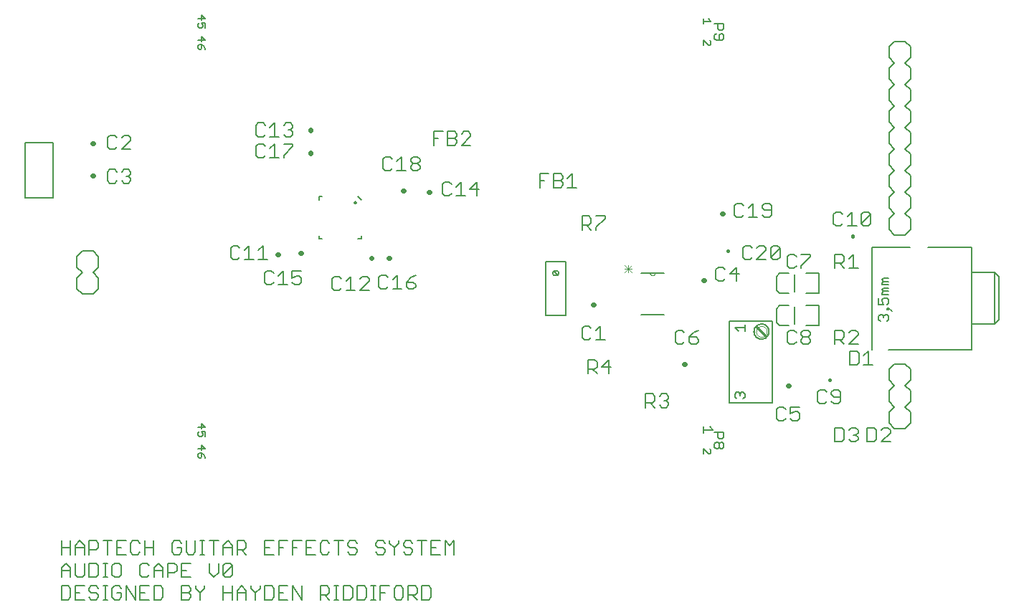
<source format=gto>
G75*
%MOIN*%
%OFA0B0*%
%FSLAX24Y24*%
%IPPOS*%
%LPD*%
%AMOC8*
5,1,8,0,0,1.08239X$1,22.5*
%
%ADD10C,0.0060*%
%ADD11C,0.0080*%
%ADD12C,0.0220*%
%ADD13C,0.0050*%
%ADD14C,0.0160*%
%ADD15C,0.0000*%
%ADD16C,0.0030*%
%ADD17C,0.0120*%
%ADD18C,0.0020*%
D10*
X004314Y002064D02*
X004314Y002704D01*
X004634Y002704D01*
X004741Y002597D01*
X004741Y002170D01*
X004634Y002064D01*
X004314Y002064D01*
X004958Y002064D02*
X004958Y002704D01*
X005385Y002704D01*
X005603Y002597D02*
X005710Y002704D01*
X005923Y002704D01*
X006030Y002597D01*
X005923Y002384D02*
X006030Y002277D01*
X006030Y002170D01*
X005923Y002064D01*
X005710Y002064D01*
X005603Y002170D01*
X005710Y002384D02*
X005923Y002384D01*
X005710Y002384D02*
X005603Y002491D01*
X005603Y002597D01*
X005172Y002384D02*
X004958Y002384D01*
X004958Y002064D02*
X005385Y002064D01*
X006247Y002064D02*
X006461Y002064D01*
X006354Y002064D02*
X006354Y002704D01*
X006247Y002704D02*
X006461Y002704D01*
X006677Y002597D02*
X006784Y002704D01*
X006997Y002704D01*
X007104Y002597D01*
X007104Y002384D02*
X006891Y002384D01*
X007104Y002384D02*
X007104Y002170D01*
X006997Y002064D01*
X006784Y002064D01*
X006677Y002170D01*
X006677Y002597D01*
X006784Y003114D02*
X006997Y003114D01*
X007104Y003220D01*
X007104Y003647D01*
X006997Y003754D01*
X006784Y003754D01*
X006677Y003647D01*
X006677Y003220D01*
X006784Y003114D01*
X006461Y003114D02*
X006247Y003114D01*
X006354Y003114D02*
X006354Y003754D01*
X006247Y003754D02*
X006461Y003754D01*
X006461Y004164D02*
X006461Y004804D01*
X006674Y004804D02*
X006247Y004804D01*
X006030Y004697D02*
X006030Y004484D01*
X005923Y004377D01*
X005603Y004377D01*
X005603Y004164D02*
X005603Y004804D01*
X005923Y004804D01*
X006030Y004697D01*
X005385Y004591D02*
X005385Y004164D01*
X005385Y004484D02*
X004958Y004484D01*
X004958Y004591D02*
X004958Y004164D01*
X004741Y004164D02*
X004741Y004804D01*
X004958Y004591D02*
X005172Y004804D01*
X005385Y004591D01*
X004741Y004484D02*
X004314Y004484D01*
X004314Y004164D02*
X004314Y004804D01*
X004527Y003754D02*
X004741Y003541D01*
X004741Y003114D01*
X004958Y003220D02*
X005065Y003114D01*
X005279Y003114D01*
X005385Y003220D01*
X005385Y003754D01*
X005603Y003754D02*
X005923Y003754D01*
X006030Y003647D01*
X006030Y003220D01*
X005923Y003114D01*
X005603Y003114D01*
X005603Y003754D01*
X004958Y003754D02*
X004958Y003220D01*
X004741Y003434D02*
X004314Y003434D01*
X004314Y003541D02*
X004527Y003754D01*
X004314Y003541D02*
X004314Y003114D01*
X006892Y004164D02*
X007319Y004164D01*
X007536Y004270D02*
X007643Y004164D01*
X007857Y004164D01*
X007963Y004270D01*
X008181Y004164D02*
X008181Y004804D01*
X007963Y004697D02*
X007857Y004804D01*
X007643Y004804D01*
X007536Y004697D01*
X007536Y004270D01*
X007105Y004484D02*
X006892Y004484D01*
X006892Y004804D02*
X006892Y004164D01*
X006892Y004804D02*
X007319Y004804D01*
X008181Y004484D02*
X008608Y004484D01*
X008608Y004804D02*
X008608Y004164D01*
X008824Y003754D02*
X009038Y003541D01*
X009038Y003114D01*
X009255Y003114D02*
X009255Y003754D01*
X009576Y003754D01*
X009682Y003647D01*
X009682Y003434D01*
X009576Y003327D01*
X009255Y003327D01*
X009038Y003434D02*
X008611Y003434D01*
X008611Y003541D02*
X008824Y003754D01*
X008611Y003541D02*
X008611Y003114D01*
X008393Y003220D02*
X008286Y003114D01*
X008073Y003114D01*
X007966Y003220D01*
X007966Y003647D01*
X008073Y003754D01*
X008286Y003754D01*
X008393Y003647D01*
X009470Y004270D02*
X009577Y004164D01*
X009790Y004164D01*
X009897Y004270D01*
X009897Y004484D01*
X009684Y004484D01*
X009897Y004697D02*
X009790Y004804D01*
X009577Y004804D01*
X009470Y004697D01*
X009470Y004270D01*
X010115Y004270D02*
X010115Y004804D01*
X010542Y004804D02*
X010542Y004270D01*
X010435Y004164D01*
X010221Y004164D01*
X010115Y004270D01*
X010327Y003754D02*
X009900Y003754D01*
X009900Y003114D01*
X010327Y003114D01*
X010113Y003434D02*
X009900Y003434D01*
X009900Y002704D02*
X010220Y002704D01*
X010327Y002597D01*
X010327Y002491D01*
X010220Y002384D01*
X009900Y002384D01*
X010220Y002384D02*
X010327Y002277D01*
X010327Y002170D01*
X010220Y002064D01*
X009900Y002064D01*
X009900Y002704D01*
X010544Y002704D02*
X010544Y002597D01*
X010758Y002384D01*
X010758Y002064D01*
X010758Y002384D02*
X010971Y002597D01*
X010971Y002704D01*
X011402Y003114D02*
X011616Y003327D01*
X011616Y003754D01*
X011833Y003647D02*
X011940Y003754D01*
X012154Y003754D01*
X012260Y003647D01*
X011833Y003220D01*
X011940Y003114D01*
X012154Y003114D01*
X012260Y003220D01*
X012260Y003647D01*
X011833Y003647D02*
X011833Y003220D01*
X011402Y003114D02*
X011189Y003327D01*
X011189Y003754D01*
X011402Y004164D02*
X011402Y004804D01*
X011189Y004804D02*
X011616Y004804D01*
X011833Y004591D02*
X012047Y004804D01*
X012260Y004591D01*
X012260Y004164D01*
X012478Y004164D02*
X012478Y004804D01*
X012798Y004804D01*
X012905Y004697D01*
X012905Y004484D01*
X012798Y004377D01*
X012478Y004377D01*
X012692Y004377D02*
X012905Y004164D01*
X012260Y004484D02*
X011833Y004484D01*
X011833Y004591D02*
X011833Y004164D01*
X010973Y004164D02*
X010759Y004164D01*
X010866Y004164D02*
X010866Y004804D01*
X010759Y004804D02*
X010973Y004804D01*
X011833Y002704D02*
X011833Y002064D01*
X011833Y002384D02*
X012260Y002384D01*
X012478Y002384D02*
X012905Y002384D01*
X012905Y002491D02*
X012905Y002064D01*
X012905Y002491D02*
X012692Y002704D01*
X012478Y002491D01*
X012478Y002064D01*
X012260Y002064D02*
X012260Y002704D01*
X013123Y002704D02*
X013123Y002597D01*
X013336Y002384D01*
X013336Y002064D01*
X013336Y002384D02*
X013550Y002597D01*
X013550Y002704D01*
X013767Y002704D02*
X014087Y002704D01*
X014194Y002597D01*
X014194Y002170D01*
X014087Y002064D01*
X013767Y002064D01*
X013767Y002704D01*
X014412Y002704D02*
X014412Y002064D01*
X014839Y002064D01*
X015056Y002064D02*
X015056Y002704D01*
X015483Y002064D01*
X015483Y002704D01*
X014839Y002704D02*
X014412Y002704D01*
X014412Y002384D02*
X014625Y002384D01*
X016345Y002277D02*
X016666Y002277D01*
X016772Y002384D01*
X016772Y002597D01*
X016666Y002704D01*
X016345Y002704D01*
X016345Y002064D01*
X016559Y002277D02*
X016772Y002064D01*
X016990Y002064D02*
X017203Y002064D01*
X017097Y002064D02*
X017097Y002704D01*
X017203Y002704D02*
X016990Y002704D01*
X017420Y002704D02*
X017740Y002704D01*
X017847Y002597D01*
X017847Y002170D01*
X017740Y002064D01*
X017420Y002064D01*
X017420Y002704D01*
X018064Y002704D02*
X018064Y002064D01*
X018384Y002064D01*
X018491Y002170D01*
X018491Y002597D01*
X018384Y002704D01*
X018064Y002704D01*
X018709Y002704D02*
X018922Y002704D01*
X018815Y002704D02*
X018815Y002064D01*
X018709Y002064D02*
X018922Y002064D01*
X019138Y002064D02*
X019138Y002704D01*
X019565Y002704D01*
X019783Y002597D02*
X019783Y002170D01*
X019890Y002064D01*
X020103Y002064D01*
X020210Y002170D01*
X020210Y002597D01*
X020103Y002704D01*
X019890Y002704D01*
X019783Y002597D01*
X019352Y002384D02*
X019138Y002384D01*
X020427Y002277D02*
X020748Y002277D01*
X020854Y002384D01*
X020854Y002597D01*
X020748Y002704D01*
X020427Y002704D01*
X020427Y002064D01*
X020641Y002277D02*
X020854Y002064D01*
X021072Y002064D02*
X021392Y002064D01*
X021499Y002170D01*
X021499Y002597D01*
X021392Y002704D01*
X021072Y002704D01*
X021072Y002064D01*
X021071Y004164D02*
X021071Y004804D01*
X021284Y004804D02*
X020857Y004804D01*
X020640Y004697D02*
X020533Y004804D01*
X020319Y004804D01*
X020213Y004697D01*
X020213Y004591D01*
X020319Y004484D01*
X020533Y004484D01*
X020640Y004377D01*
X020640Y004270D01*
X020533Y004164D01*
X020319Y004164D01*
X020213Y004270D01*
X019782Y004164D02*
X019782Y004484D01*
X019995Y004697D01*
X019995Y004804D01*
X019782Y004484D02*
X019568Y004697D01*
X019568Y004804D01*
X019351Y004697D02*
X019244Y004804D01*
X019030Y004804D01*
X018923Y004697D01*
X018923Y004591D01*
X019030Y004484D01*
X019244Y004484D01*
X019351Y004377D01*
X019351Y004270D01*
X019244Y004164D01*
X019030Y004164D01*
X018923Y004270D01*
X018061Y004270D02*
X017955Y004164D01*
X017741Y004164D01*
X017634Y004270D01*
X017741Y004484D02*
X017955Y004484D01*
X018061Y004377D01*
X018061Y004270D01*
X017741Y004484D02*
X017634Y004591D01*
X017634Y004697D01*
X017741Y004804D01*
X017955Y004804D01*
X018061Y004697D01*
X017417Y004804D02*
X016990Y004804D01*
X017203Y004804D02*
X017203Y004164D01*
X016772Y004270D02*
X016666Y004164D01*
X016452Y004164D01*
X016345Y004270D01*
X016345Y004697D01*
X016452Y004804D01*
X016666Y004804D01*
X016772Y004697D01*
X016128Y004804D02*
X015701Y004804D01*
X015701Y004164D01*
X016128Y004164D01*
X015914Y004484D02*
X015701Y004484D01*
X015483Y004804D02*
X015056Y004804D01*
X015056Y004164D01*
X015056Y004484D02*
X015270Y004484D01*
X014839Y004804D02*
X014412Y004804D01*
X014412Y004164D01*
X014194Y004164D02*
X013767Y004164D01*
X013767Y004804D01*
X014194Y004804D01*
X013981Y004484D02*
X013767Y004484D01*
X014412Y004484D02*
X014625Y004484D01*
X009038Y002597D02*
X009038Y002170D01*
X008931Y002064D01*
X008611Y002064D01*
X008611Y002704D01*
X008931Y002704D01*
X009038Y002597D01*
X008393Y002704D02*
X007966Y002704D01*
X007966Y002064D01*
X008393Y002064D01*
X008180Y002384D02*
X007966Y002384D01*
X007749Y002064D02*
X007749Y002704D01*
X007322Y002704D02*
X007749Y002064D01*
X007322Y002064D02*
X007322Y002704D01*
X010723Y008661D02*
X010666Y008717D01*
X010666Y008831D01*
X010723Y008888D01*
X010836Y008888D01*
X010836Y008717D01*
X010779Y008661D01*
X010723Y008661D01*
X010950Y008774D02*
X010836Y008888D01*
X010836Y009029D02*
X010836Y009256D01*
X011006Y009086D01*
X010666Y009086D01*
X010950Y008774D02*
X011006Y008661D01*
X011006Y009661D02*
X011006Y009888D01*
X010836Y009888D01*
X010893Y009774D01*
X010893Y009717D01*
X010836Y009661D01*
X010723Y009661D01*
X010666Y009717D01*
X010666Y009831D01*
X010723Y009888D01*
X010836Y010029D02*
X010836Y010256D01*
X011006Y010086D01*
X010666Y010086D01*
X017009Y016455D02*
X016902Y016562D01*
X016902Y016989D01*
X017009Y017096D01*
X017223Y017096D01*
X017329Y016989D01*
X017547Y016882D02*
X017760Y017096D01*
X017760Y016455D01*
X017547Y016455D02*
X017974Y016455D01*
X018191Y016455D02*
X018618Y016882D01*
X018618Y016989D01*
X018512Y017096D01*
X018298Y017096D01*
X018191Y016989D01*
X018191Y016455D02*
X018618Y016455D01*
X019068Y016615D02*
X019174Y016509D01*
X019388Y016509D01*
X019495Y016615D01*
X019712Y016509D02*
X020139Y016509D01*
X019926Y016509D02*
X019926Y017149D01*
X019712Y016936D01*
X019495Y017042D02*
X019388Y017149D01*
X019174Y017149D01*
X019068Y017042D01*
X019068Y016615D01*
X020357Y016615D02*
X020463Y016509D01*
X020677Y016509D01*
X020784Y016615D01*
X020784Y016722D01*
X020677Y016829D01*
X020357Y016829D01*
X020357Y016615D01*
X020357Y016829D02*
X020570Y017042D01*
X020784Y017149D01*
X017329Y016562D02*
X017223Y016455D01*
X017009Y016455D01*
X015469Y016812D02*
X015362Y016705D01*
X015149Y016705D01*
X015042Y016812D01*
X015042Y017026D02*
X015255Y017132D01*
X015362Y017132D01*
X015469Y017026D01*
X015469Y016812D01*
X015042Y017026D02*
X015042Y017346D01*
X015469Y017346D01*
X014611Y017346D02*
X014611Y016705D01*
X014824Y016705D02*
X014397Y016705D01*
X014180Y016812D02*
X014073Y016705D01*
X013859Y016705D01*
X013753Y016812D01*
X013753Y017239D01*
X013859Y017346D01*
X014073Y017346D01*
X014180Y017239D01*
X014397Y017132D02*
X014611Y017346D01*
X013894Y017887D02*
X013467Y017887D01*
X013680Y017887D02*
X013680Y018527D01*
X013467Y018314D01*
X013036Y018527D02*
X013036Y017887D01*
X013249Y017887D02*
X012822Y017887D01*
X012605Y017993D02*
X012498Y017887D01*
X012285Y017887D01*
X012178Y017993D01*
X012178Y018420D01*
X012285Y018527D01*
X012498Y018527D01*
X012605Y018420D01*
X012822Y018314D02*
X013036Y018527D01*
X007541Y021537D02*
X007434Y021430D01*
X007221Y021430D01*
X007114Y021537D01*
X006896Y021537D02*
X006789Y021430D01*
X006576Y021430D01*
X006469Y021537D01*
X006469Y021964D01*
X006576Y022070D01*
X006789Y022070D01*
X006896Y021964D01*
X007114Y021964D02*
X007221Y022070D01*
X007434Y022070D01*
X007541Y021964D01*
X007541Y021857D01*
X007434Y021750D01*
X007541Y021643D01*
X007541Y021537D01*
X007434Y021750D02*
X007327Y021750D01*
X007114Y023005D02*
X007541Y023432D01*
X007541Y023538D01*
X007434Y023645D01*
X007221Y023645D01*
X007114Y023538D01*
X006896Y023538D02*
X006789Y023645D01*
X006576Y023645D01*
X006469Y023538D01*
X006469Y023111D01*
X006576Y023005D01*
X006789Y023005D01*
X006896Y023111D01*
X007114Y023005D02*
X007541Y023005D01*
X013359Y023145D02*
X013359Y022718D01*
X013466Y022611D01*
X013679Y022611D01*
X013786Y022718D01*
X014004Y022611D02*
X014431Y022611D01*
X014217Y022611D02*
X014217Y023251D01*
X014004Y023038D01*
X013786Y023145D02*
X013679Y023251D01*
X013466Y023251D01*
X013359Y023145D01*
X013466Y023595D02*
X013679Y023595D01*
X013786Y023702D01*
X014004Y023595D02*
X014431Y023595D01*
X014217Y023595D02*
X014217Y024236D01*
X014004Y024022D01*
X013786Y024129D02*
X013679Y024236D01*
X013466Y024236D01*
X013359Y024129D01*
X013359Y023702D01*
X013466Y023595D01*
X014648Y023702D02*
X014755Y023595D01*
X014968Y023595D01*
X015075Y023702D01*
X015075Y023809D01*
X014968Y023915D01*
X014862Y023915D01*
X014968Y023915D02*
X015075Y024022D01*
X015075Y024129D01*
X014968Y024236D01*
X014755Y024236D01*
X014648Y024129D01*
X014648Y023251D02*
X015075Y023251D01*
X015075Y023145D01*
X014648Y022718D01*
X014648Y022611D01*
X019264Y022554D02*
X019264Y022127D01*
X019371Y022020D01*
X019585Y022020D01*
X019692Y022127D01*
X019909Y022020D02*
X020336Y022020D01*
X020123Y022020D02*
X020123Y022661D01*
X019909Y022447D01*
X019692Y022554D02*
X019585Y022661D01*
X019371Y022661D01*
X019264Y022554D01*
X020554Y022554D02*
X020554Y022447D01*
X020660Y022341D01*
X020874Y022341D01*
X020981Y022234D01*
X020981Y022127D01*
X020874Y022020D01*
X020660Y022020D01*
X020554Y022127D01*
X020554Y022234D01*
X020660Y022341D01*
X020874Y022341D02*
X020981Y022447D01*
X020981Y022554D01*
X020874Y022661D01*
X020660Y022661D01*
X020554Y022554D01*
X021627Y023201D02*
X021627Y023842D01*
X022054Y023842D01*
X022271Y023842D02*
X022592Y023842D01*
X022698Y023735D01*
X022698Y023629D01*
X022592Y023522D01*
X022271Y023522D01*
X022271Y023842D02*
X022271Y023201D01*
X022592Y023201D01*
X022698Y023308D01*
X022698Y023415D01*
X022592Y023522D01*
X022916Y023735D02*
X023023Y023842D01*
X023236Y023842D01*
X023343Y023735D01*
X023343Y023629D01*
X022916Y023201D01*
X023343Y023201D01*
X021840Y023522D02*
X021627Y023522D01*
X022127Y021480D02*
X022020Y021373D01*
X022020Y020946D01*
X022127Y020839D01*
X022341Y020839D01*
X022447Y020946D01*
X022665Y020839D02*
X023092Y020839D01*
X022878Y020839D02*
X022878Y021480D01*
X022665Y021266D01*
X022447Y021373D02*
X022341Y021480D01*
X022127Y021480D01*
X023309Y021160D02*
X023737Y021160D01*
X023630Y021480D02*
X023309Y021160D01*
X023630Y020839D02*
X023630Y021480D01*
X026548Y021553D02*
X026761Y021553D01*
X026548Y021233D02*
X026548Y021874D01*
X026975Y021874D01*
X027193Y021874D02*
X027513Y021874D01*
X027620Y021767D01*
X027620Y021660D01*
X027513Y021553D01*
X027193Y021553D01*
X027513Y021553D02*
X027620Y021447D01*
X027620Y021340D01*
X027513Y021233D01*
X027193Y021233D01*
X027193Y021874D01*
X027837Y021660D02*
X028051Y021874D01*
X028051Y021233D01*
X028264Y021233D02*
X027837Y021233D01*
X028516Y019905D02*
X028837Y019905D01*
X028943Y019798D01*
X028943Y019585D01*
X028837Y019478D01*
X028516Y019478D01*
X028516Y019264D02*
X028516Y019905D01*
X028730Y019478D02*
X028943Y019264D01*
X029161Y019264D02*
X029161Y019371D01*
X029588Y019798D01*
X029588Y019905D01*
X029161Y019905D01*
X031244Y017264D02*
X031664Y017264D01*
X032324Y017264D01*
X034741Y017420D02*
X034741Y016993D01*
X034848Y016887D01*
X035061Y016887D01*
X035168Y016993D01*
X035385Y017207D02*
X035812Y017207D01*
X035706Y016887D02*
X035706Y017527D01*
X035385Y017207D01*
X035168Y017420D02*
X035061Y017527D01*
X034848Y017527D01*
X034741Y017420D01*
X035997Y017993D02*
X035997Y018420D01*
X036104Y018527D01*
X036317Y018527D01*
X036424Y018420D01*
X036641Y018420D02*
X036748Y018527D01*
X036962Y018527D01*
X037068Y018420D01*
X037068Y018314D01*
X036641Y017887D01*
X037068Y017887D01*
X037286Y017993D02*
X037713Y018420D01*
X037713Y017993D01*
X037606Y017887D01*
X037393Y017887D01*
X037286Y017993D01*
X037286Y018420D01*
X037393Y018527D01*
X037606Y018527D01*
X037713Y018420D01*
X038056Y018027D02*
X038056Y017600D01*
X038163Y017493D01*
X038376Y017493D01*
X038483Y017600D01*
X038700Y017600D02*
X038700Y017493D01*
X038700Y017600D02*
X039127Y018027D01*
X039127Y018133D01*
X038700Y018133D01*
X038483Y018027D02*
X038376Y018133D01*
X038163Y018133D01*
X038056Y018027D01*
X036424Y017993D02*
X036317Y017887D01*
X036104Y017887D01*
X035997Y017993D01*
X035923Y019855D02*
X035710Y019855D01*
X035603Y019962D01*
X035603Y020389D01*
X035710Y020496D01*
X035923Y020496D01*
X036030Y020389D01*
X036248Y020282D02*
X036461Y020496D01*
X036461Y019855D01*
X036248Y019855D02*
X036675Y019855D01*
X036892Y019962D02*
X036999Y019855D01*
X037212Y019855D01*
X037319Y019962D01*
X037319Y020389D01*
X037212Y020496D01*
X036999Y020496D01*
X036892Y020389D01*
X036892Y020282D01*
X036999Y020175D01*
X037319Y020175D01*
X036030Y019962D02*
X035923Y019855D01*
X040208Y019992D02*
X040208Y019565D01*
X040315Y019458D01*
X040529Y019458D01*
X040635Y019565D01*
X040853Y019458D02*
X041280Y019458D01*
X041066Y019458D02*
X041066Y020099D01*
X040853Y019885D01*
X040635Y019992D02*
X040529Y020099D01*
X040315Y020099D01*
X040208Y019992D01*
X041497Y019992D02*
X041497Y019565D01*
X041925Y019992D01*
X041925Y019565D01*
X041818Y019458D01*
X041604Y019458D01*
X041497Y019565D01*
X041497Y019992D02*
X041604Y020099D01*
X041818Y020099D01*
X041925Y019992D01*
X042001Y018452D02*
X043752Y018452D01*
X044602Y018452D02*
X046617Y018452D01*
X046617Y017273D01*
X046617Y014873D01*
X046617Y013694D01*
X042752Y013694D01*
X042002Y013694D02*
X042001Y013694D01*
X042001Y018452D01*
X041132Y018133D02*
X041132Y017493D01*
X040919Y017493D02*
X041346Y017493D01*
X040919Y017920D02*
X041132Y018133D01*
X040701Y018027D02*
X040701Y017813D01*
X040595Y017706D01*
X040274Y017706D01*
X040274Y017493D02*
X040274Y018133D01*
X040595Y018133D01*
X040701Y018027D01*
X040488Y017706D02*
X040701Y017493D01*
X037360Y015032D02*
X035360Y015032D01*
X035360Y011232D01*
X037360Y011232D01*
X037360Y015032D01*
X036510Y014532D02*
X036512Y014569D01*
X036518Y014606D01*
X036528Y014642D01*
X036541Y014677D01*
X036558Y014710D01*
X036579Y014741D01*
X036603Y014769D01*
X036630Y014795D01*
X036659Y014818D01*
X036690Y014838D01*
X036724Y014854D01*
X036759Y014867D01*
X036795Y014876D01*
X036832Y014881D01*
X036869Y014882D01*
X036906Y014879D01*
X036943Y014872D01*
X036979Y014861D01*
X037013Y014847D01*
X037046Y014829D01*
X037076Y014807D01*
X037104Y014783D01*
X037129Y014755D01*
X037152Y014725D01*
X037171Y014693D01*
X037186Y014659D01*
X037198Y014624D01*
X037206Y014588D01*
X037210Y014551D01*
X037210Y014513D01*
X037206Y014476D01*
X037198Y014440D01*
X037186Y014405D01*
X037171Y014371D01*
X037152Y014339D01*
X037129Y014309D01*
X037104Y014281D01*
X037076Y014257D01*
X037046Y014235D01*
X037013Y014217D01*
X036979Y014203D01*
X036943Y014192D01*
X036906Y014185D01*
X036869Y014182D01*
X036832Y014183D01*
X036795Y014188D01*
X036759Y014197D01*
X036724Y014210D01*
X036690Y014226D01*
X036659Y014246D01*
X036630Y014269D01*
X036603Y014295D01*
X036579Y014323D01*
X036558Y014354D01*
X036541Y014387D01*
X036528Y014422D01*
X036518Y014458D01*
X036512Y014495D01*
X036510Y014532D01*
X038056Y014483D02*
X038056Y014056D01*
X038163Y013950D01*
X038376Y013950D01*
X038483Y014056D01*
X038700Y014056D02*
X038700Y014163D01*
X038807Y014270D01*
X039021Y014270D01*
X039127Y014163D01*
X039127Y014056D01*
X039021Y013950D01*
X038807Y013950D01*
X038700Y014056D01*
X038807Y014270D02*
X038700Y014377D01*
X038700Y014483D01*
X038807Y014590D01*
X039021Y014590D01*
X039127Y014483D01*
X039127Y014377D01*
X039021Y014270D01*
X038483Y014483D02*
X038376Y014590D01*
X038163Y014590D01*
X038056Y014483D01*
X040274Y014590D02*
X040274Y013950D01*
X040274Y014163D02*
X040595Y014163D01*
X040701Y014270D01*
X040701Y014483D01*
X040595Y014590D01*
X040274Y014590D01*
X040488Y014163D02*
X040701Y013950D01*
X040919Y013950D02*
X041346Y014377D01*
X041346Y014483D01*
X041239Y014590D01*
X041026Y014590D01*
X040919Y014483D01*
X040919Y013950D02*
X041346Y013950D01*
X041282Y013627D02*
X040961Y013627D01*
X040961Y012987D01*
X041282Y012987D01*
X041388Y013094D01*
X041388Y013521D01*
X041282Y013627D01*
X041606Y013414D02*
X041819Y013627D01*
X041819Y012987D01*
X041606Y012987D02*
X042033Y012987D01*
X040533Y011715D02*
X040426Y011821D01*
X040213Y011821D01*
X040106Y011715D01*
X040106Y011608D01*
X040213Y011501D01*
X040533Y011501D01*
X040533Y011288D02*
X040533Y011715D01*
X040533Y011288D02*
X040426Y011181D01*
X040213Y011181D01*
X040106Y011288D01*
X039888Y011288D02*
X039782Y011181D01*
X039568Y011181D01*
X039461Y011288D01*
X039461Y011715D01*
X039568Y011821D01*
X039782Y011821D01*
X039888Y011715D01*
X038627Y011031D02*
X038200Y011031D01*
X038200Y010711D01*
X038414Y010818D01*
X038521Y010818D01*
X038627Y010711D01*
X038627Y010497D01*
X038521Y010390D01*
X038307Y010390D01*
X038200Y010497D01*
X037983Y010497D02*
X037876Y010390D01*
X037663Y010390D01*
X037556Y010497D01*
X037556Y010924D01*
X037663Y011031D01*
X037876Y011031D01*
X037983Y010924D01*
X040274Y010047D02*
X040274Y009406D01*
X040595Y009406D01*
X040701Y009513D01*
X040701Y009940D01*
X040595Y010047D01*
X040274Y010047D01*
X040919Y009940D02*
X041026Y010047D01*
X041239Y010047D01*
X041346Y009940D01*
X041346Y009833D01*
X041239Y009726D01*
X041346Y009620D01*
X041346Y009513D01*
X041239Y009406D01*
X041026Y009406D01*
X040919Y009513D01*
X041132Y009726D02*
X041239Y009726D01*
X041774Y009406D02*
X042095Y009406D01*
X042201Y009513D01*
X042201Y009940D01*
X042095Y010047D01*
X041774Y010047D01*
X041774Y009406D01*
X042419Y009406D02*
X042846Y009833D01*
X042846Y009940D01*
X042739Y010047D01*
X042526Y010047D01*
X042419Y009940D01*
X042419Y009406D02*
X042846Y009406D01*
X046617Y014873D02*
X047699Y014873D01*
X047699Y017273D01*
X047899Y017073D01*
X047899Y015073D01*
X047699Y014873D01*
X047699Y017273D02*
X046617Y017273D01*
X034506Y009015D02*
X034450Y009072D01*
X034506Y009015D02*
X034506Y008902D01*
X034450Y008845D01*
X034393Y008845D01*
X034166Y009072D01*
X034166Y008845D01*
X032434Y010997D02*
X032221Y010997D01*
X032114Y011104D01*
X031896Y010997D02*
X031683Y011210D01*
X031789Y011210D02*
X031469Y011210D01*
X031469Y010997D02*
X031469Y011637D01*
X031789Y011637D01*
X031896Y011531D01*
X031896Y011317D01*
X031789Y011210D01*
X032114Y011531D02*
X032221Y011637D01*
X032434Y011637D01*
X032541Y011531D01*
X032541Y011424D01*
X032434Y011317D01*
X032541Y011210D01*
X032541Y011104D01*
X032434Y010997D01*
X032434Y011317D02*
X032327Y011317D01*
X029750Y012572D02*
X029750Y013212D01*
X029430Y012892D01*
X029857Y012892D01*
X029212Y012892D02*
X029212Y013105D01*
X029105Y013212D01*
X028785Y013212D01*
X028785Y012572D01*
X028785Y012785D02*
X029105Y012785D01*
X029212Y012892D01*
X028999Y012785D02*
X029212Y012572D01*
X029161Y014146D02*
X029588Y014146D01*
X029375Y014146D02*
X029375Y014787D01*
X029161Y014573D01*
X028943Y014680D02*
X028837Y014787D01*
X028623Y014787D01*
X028516Y014680D01*
X028516Y014253D01*
X028623Y014146D01*
X028837Y014146D01*
X028943Y014253D01*
X031244Y015304D02*
X032324Y015304D01*
X032954Y014590D02*
X032847Y014483D01*
X032847Y014056D01*
X032954Y013950D01*
X033167Y013950D01*
X033274Y014056D01*
X033492Y014056D02*
X033598Y013950D01*
X033812Y013950D01*
X033919Y014056D01*
X033919Y014163D01*
X033812Y014270D01*
X033492Y014270D01*
X033492Y014056D01*
X033492Y014270D02*
X033705Y014483D01*
X033919Y014590D01*
X033274Y014483D02*
X033167Y014590D01*
X032954Y014590D01*
X022573Y004804D02*
X022573Y004164D01*
X022146Y004164D02*
X022146Y004804D01*
X022360Y004591D01*
X022573Y004804D01*
X021929Y004804D02*
X021502Y004804D01*
X021502Y004164D01*
X021929Y004164D01*
X021715Y004484D02*
X021502Y004484D01*
X011006Y027661D02*
X010950Y027774D01*
X010836Y027888D01*
X010836Y027717D01*
X010779Y027661D01*
X010723Y027661D01*
X010666Y027717D01*
X010666Y027831D01*
X010723Y027888D01*
X010836Y027888D01*
X010836Y028029D02*
X010836Y028256D01*
X011006Y028086D01*
X010666Y028086D01*
X010723Y028661D02*
X010666Y028717D01*
X010666Y028831D01*
X010723Y028888D01*
X010836Y028888D02*
X010893Y028774D01*
X010893Y028717D01*
X010836Y028661D01*
X010723Y028661D01*
X010836Y028888D02*
X011006Y028888D01*
X011006Y028661D01*
X010836Y029029D02*
X010836Y029256D01*
X011006Y029086D01*
X010666Y029086D01*
X034166Y029072D02*
X034166Y028845D01*
X034166Y028958D02*
X034506Y028958D01*
X034393Y029072D01*
X034450Y028072D02*
X034506Y028015D01*
X034506Y027902D01*
X034450Y027845D01*
X034393Y027845D01*
X034166Y028072D01*
X034166Y027845D01*
D11*
X034676Y028167D02*
X034746Y028097D01*
X035026Y028097D01*
X035096Y028167D01*
X035096Y028308D01*
X035026Y028378D01*
X034956Y028378D01*
X034886Y028308D01*
X034886Y028097D01*
X034676Y028167D02*
X034676Y028308D01*
X034746Y028378D01*
X034886Y028558D02*
X034816Y028628D01*
X034816Y028838D01*
X034676Y028838D02*
X035096Y028838D01*
X035096Y028628D01*
X035026Y028558D01*
X034886Y028558D01*
X042784Y027784D02*
X042784Y027284D01*
X043034Y027034D01*
X042784Y026784D01*
X042784Y026284D01*
X043034Y026034D01*
X042784Y025784D01*
X042784Y025284D01*
X043034Y025034D01*
X042784Y024784D01*
X042784Y024284D01*
X043034Y024034D01*
X042784Y023784D01*
X042784Y023284D01*
X043034Y023034D01*
X042784Y022784D01*
X042784Y022284D01*
X043034Y022034D01*
X042784Y021784D01*
X042784Y021284D01*
X043034Y021034D01*
X042784Y020784D01*
X042784Y020284D01*
X043034Y020034D01*
X042784Y019784D01*
X042784Y019284D01*
X043034Y019034D01*
X043534Y019034D01*
X043784Y019284D01*
X043784Y019784D01*
X043534Y020034D01*
X043784Y020284D01*
X043784Y020784D01*
X043534Y021034D01*
X043784Y021284D01*
X043784Y021784D01*
X043534Y022034D01*
X043784Y022284D01*
X043784Y022784D01*
X043534Y023034D01*
X043784Y023284D01*
X043784Y023784D01*
X043534Y024034D01*
X043784Y024284D01*
X043784Y024784D01*
X043534Y025034D01*
X043784Y025284D01*
X043784Y025784D01*
X043534Y026034D01*
X043784Y026284D01*
X043784Y026784D01*
X043534Y027034D01*
X043784Y027284D01*
X043784Y027784D01*
X043534Y028034D01*
X043034Y028034D01*
X042784Y027784D01*
X027756Y017774D02*
X027756Y015294D01*
X026811Y015294D01*
X026811Y017774D01*
X027756Y017774D01*
X037549Y017099D02*
X037549Y016469D01*
X037707Y016311D01*
X038140Y016311D01*
X038140Y015756D02*
X037707Y015756D01*
X037549Y015599D01*
X037549Y014969D01*
X037707Y014811D01*
X038140Y014811D01*
X038927Y014811D02*
X039518Y014811D01*
X039518Y015756D01*
X038927Y015756D01*
X038927Y016311D02*
X039518Y016311D01*
X039518Y017256D01*
X038927Y017256D01*
X038140Y017256D02*
X037707Y017256D01*
X037549Y017099D01*
X042784Y012784D02*
X043034Y013034D01*
X043534Y013034D01*
X043784Y012784D01*
X043784Y012284D01*
X043534Y012034D01*
X043784Y011784D01*
X043784Y011284D01*
X043534Y011034D01*
X043784Y010784D01*
X043784Y010284D01*
X043534Y010034D01*
X043034Y010034D01*
X042784Y010284D01*
X042784Y010784D01*
X043034Y011034D01*
X042784Y011284D01*
X042784Y011784D01*
X043034Y012034D01*
X042784Y012284D01*
X042784Y012784D01*
X035096Y009838D02*
X035096Y009628D01*
X035026Y009558D01*
X034886Y009558D01*
X034816Y009628D01*
X034816Y009838D01*
X034676Y009838D02*
X035096Y009838D01*
X034596Y009968D02*
X034456Y010108D01*
X034596Y009968D02*
X034176Y009968D01*
X034176Y010108D02*
X034176Y009828D01*
X034676Y009308D02*
X034746Y009378D01*
X034816Y009378D01*
X034886Y009308D01*
X034886Y009167D01*
X034816Y009097D01*
X034746Y009097D01*
X034676Y009167D01*
X034676Y009308D01*
X034886Y009308D02*
X034956Y009378D01*
X035026Y009378D01*
X035096Y009308D01*
X035096Y009167D01*
X035026Y009097D01*
X034956Y009097D01*
X034886Y009167D01*
X006034Y016534D02*
X006034Y017034D01*
X005784Y017284D01*
X006034Y017534D01*
X006034Y018034D01*
X005784Y018284D01*
X005284Y018284D01*
X005034Y018034D01*
X005034Y017534D01*
X005284Y017284D01*
X005034Y017034D01*
X005034Y016534D01*
X005284Y016284D01*
X005784Y016284D01*
X006034Y016534D01*
X003934Y020744D02*
X002634Y020744D01*
X002634Y023324D01*
X003934Y023324D01*
X003934Y020744D01*
D12*
X005772Y021784D02*
X005796Y021784D01*
X005796Y023284D02*
X005772Y023284D01*
X014370Y018134D02*
X014394Y018134D01*
X015423Y018187D02*
X015447Y018187D01*
X018713Y017957D02*
X018737Y017957D01*
X019537Y017957D02*
X019561Y017957D01*
X020209Y021073D02*
X020233Y021073D01*
X021398Y021032D02*
X021422Y021032D01*
X015888Y022835D02*
X015888Y022859D01*
X015888Y023888D02*
X015888Y023912D01*
X029022Y015784D02*
X029046Y015784D01*
X033272Y013034D02*
X033296Y013034D01*
X038096Y012034D02*
X038121Y012034D01*
X034189Y016931D02*
X034165Y016931D01*
X035022Y020034D02*
X035046Y020034D01*
D13*
X038384Y017184D02*
X038384Y016384D01*
X038384Y015684D02*
X038384Y014884D01*
X036085Y014857D02*
X036085Y014557D01*
X036085Y014707D02*
X035635Y014707D01*
X035785Y014557D01*
X035785Y011707D02*
X035860Y011632D01*
X035935Y011707D01*
X036010Y011707D01*
X036085Y011632D01*
X036085Y011482D01*
X036010Y011407D01*
X035860Y011557D02*
X035860Y011632D01*
X035785Y011707D02*
X035710Y011707D01*
X035635Y011632D01*
X035635Y011482D01*
X035710Y011407D01*
X042310Y015100D02*
X042310Y015250D01*
X042385Y015325D01*
X042460Y015325D01*
X042535Y015250D01*
X042611Y015325D01*
X042686Y015325D01*
X042761Y015250D01*
X042761Y015100D01*
X042686Y015025D01*
X042535Y015175D02*
X042535Y015250D01*
X042385Y015025D02*
X042310Y015100D01*
X042686Y015560D02*
X042761Y015560D01*
X042761Y015635D01*
X042686Y015635D01*
X042686Y015560D01*
X042761Y015635D02*
X042911Y015485D01*
X042686Y015792D02*
X042761Y015867D01*
X042761Y016017D01*
X042686Y016092D01*
X042535Y016092D01*
X042460Y016017D01*
X042460Y015942D01*
X042535Y015792D01*
X042310Y015792D01*
X042310Y016092D01*
X042460Y016252D02*
X042460Y016328D01*
X042535Y016403D01*
X042460Y016478D01*
X042535Y016553D01*
X042761Y016553D01*
X042761Y016403D02*
X042535Y016403D01*
X042460Y016252D02*
X042761Y016252D01*
X042761Y016713D02*
X042460Y016713D01*
X042460Y016788D01*
X042535Y016863D01*
X042460Y016938D01*
X042535Y017013D01*
X042761Y017013D01*
X042761Y016863D02*
X042535Y016863D01*
X027429Y017209D02*
X027384Y017164D01*
X027204Y017344D01*
X027384Y017344D01*
X027429Y017299D01*
X027429Y017209D01*
X027384Y017164D02*
X027204Y017164D01*
X027158Y017209D01*
X027158Y017299D01*
X027204Y017344D01*
X018250Y018841D02*
X018093Y018841D01*
X018250Y018841D02*
X018250Y018998D01*
X016439Y018841D02*
X016282Y018841D01*
X016282Y018998D01*
X016282Y020652D02*
X016282Y020809D01*
X016439Y020809D01*
X017936Y020534D02*
X017938Y020546D01*
X017943Y020557D01*
X017952Y020566D01*
X017963Y020571D01*
X017975Y020573D01*
X017987Y020571D01*
X017998Y020566D01*
X018007Y020557D01*
X018012Y020546D01*
X018014Y020534D01*
X018012Y020522D01*
X018007Y020511D01*
X017998Y020502D01*
X017987Y020497D01*
X017975Y020495D01*
X017963Y020497D01*
X017952Y020502D01*
X017943Y020511D01*
X017938Y020522D01*
X017936Y020534D01*
X018093Y020809D02*
X018250Y020652D01*
D14*
X035284Y018296D02*
X035284Y018272D01*
X041104Y018950D02*
X041104Y018974D01*
X040034Y012296D02*
X040034Y012272D01*
D15*
X031904Y017274D02*
X031903Y017253D01*
X031898Y017233D01*
X031890Y017213D01*
X031879Y017196D01*
X031865Y017180D01*
X031848Y017168D01*
X031830Y017158D01*
X031810Y017152D01*
X031789Y017149D01*
X031768Y017150D01*
X031748Y017155D01*
X031728Y017163D01*
X031711Y017174D01*
X031695Y017188D01*
X031683Y017205D01*
X031673Y017223D01*
X031667Y017243D01*
X031664Y017264D01*
D16*
X030812Y017297D02*
X030499Y017611D01*
X030656Y017611D02*
X030656Y017297D01*
X030499Y017297D02*
X030812Y017611D01*
X030812Y017454D02*
X030499Y017454D01*
D17*
X036660Y014732D02*
X037060Y014332D01*
D18*
X036610Y014532D02*
X036612Y014563D01*
X036618Y014594D01*
X036628Y014624D01*
X036641Y014652D01*
X036658Y014679D01*
X036678Y014703D01*
X036701Y014725D01*
X036726Y014743D01*
X036754Y014758D01*
X036783Y014770D01*
X036813Y014778D01*
X036844Y014782D01*
X036876Y014782D01*
X036907Y014778D01*
X036937Y014770D01*
X036966Y014758D01*
X036994Y014743D01*
X037019Y014725D01*
X037042Y014703D01*
X037062Y014679D01*
X037079Y014652D01*
X037092Y014624D01*
X037102Y014594D01*
X037108Y014563D01*
X037110Y014532D01*
X037108Y014501D01*
X037102Y014470D01*
X037092Y014440D01*
X037079Y014412D01*
X037062Y014385D01*
X037042Y014361D01*
X037019Y014339D01*
X036994Y014321D01*
X036966Y014306D01*
X036937Y014294D01*
X036907Y014286D01*
X036876Y014282D01*
X036844Y014282D01*
X036813Y014286D01*
X036783Y014294D01*
X036754Y014306D01*
X036726Y014321D01*
X036701Y014339D01*
X036678Y014361D01*
X036658Y014385D01*
X036641Y014412D01*
X036628Y014440D01*
X036618Y014470D01*
X036612Y014501D01*
X036610Y014532D01*
M02*

</source>
